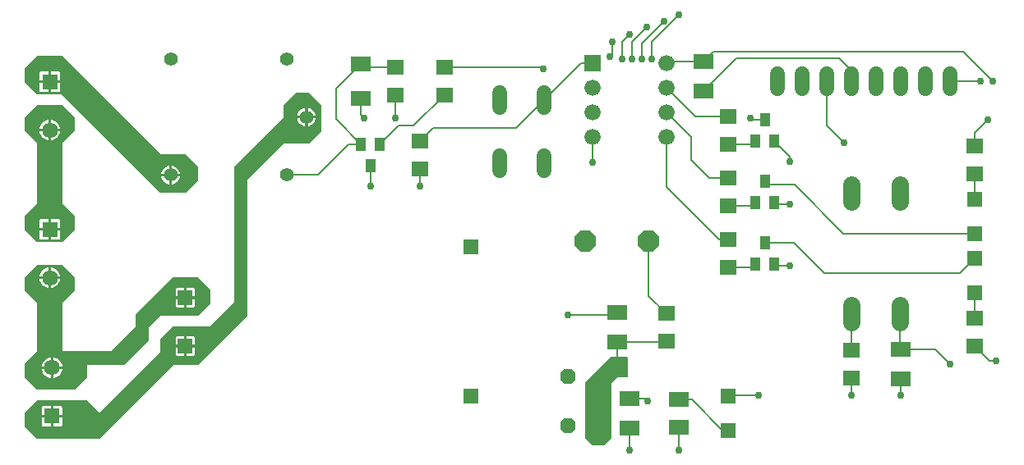
<source format=gbr>
G04 EAGLE Gerber RS-274X export*
G75*
%MOMM*%
%FSLAX34Y34*%
%LPD*%
%INTop Copper*%
%IPPOS*%
%AMOC8*
5,1,8,0,0,1.08239X$1,22.5*%
G01*
%ADD10R,2.000000X1.500000*%
%ADD11P,1.732040X8X112.500000*%
%ADD12R,2.100000X1.500000*%
%ADD13C,1.524000*%
%ADD14R,1.500000X1.500000*%
%ADD15R,1.803000X1.600000*%
%ADD16C,1.790700*%
%ADD17P,2.336880X8X22.500000*%
%ADD18R,1.000000X1.400000*%
%ADD19C,1.408000*%
%ADD20R,1.676400X1.676400*%
%ADD21C,1.676400*%
%ADD22R,1.508000X1.508000*%
%ADD23R,1.650000X1.650000*%
%ADD24C,1.650000*%
%ADD25R,2.000000X1.600000*%
%ADD26C,0.203200*%
%ADD27C,0.756400*%

G36*
X152490Y62754D02*
X152490Y62754D01*
X152581Y62761D01*
X152611Y62773D01*
X152643Y62779D01*
X152723Y62821D01*
X152807Y62857D01*
X152839Y62883D01*
X152860Y62894D01*
X152882Y62917D01*
X152938Y62962D01*
X228915Y138939D01*
X254000Y138939D01*
X254090Y138954D01*
X254181Y138961D01*
X254211Y138973D01*
X254243Y138979D01*
X254323Y139021D01*
X254407Y139057D01*
X254439Y139083D01*
X254460Y139094D01*
X254482Y139117D01*
X254538Y139162D01*
X305338Y189962D01*
X305391Y190036D01*
X305451Y190105D01*
X305463Y190135D01*
X305482Y190161D01*
X305509Y190248D01*
X305543Y190333D01*
X305547Y190374D01*
X305554Y190397D01*
X305553Y190429D01*
X305561Y190500D01*
X305561Y329885D01*
X343215Y367539D01*
X368300Y367539D01*
X368390Y367554D01*
X368481Y367561D01*
X368511Y367573D01*
X368543Y367579D01*
X368623Y367621D01*
X368707Y367657D01*
X368739Y367683D01*
X368760Y367694D01*
X368782Y367717D01*
X368838Y367762D01*
X381538Y380462D01*
X381591Y380536D01*
X381651Y380605D01*
X381663Y380635D01*
X381682Y380661D01*
X381709Y380748D01*
X381743Y380833D01*
X381747Y380874D01*
X381754Y380897D01*
X381753Y380929D01*
X381761Y381000D01*
X381761Y406400D01*
X381747Y406490D01*
X381739Y406581D01*
X381727Y406611D01*
X381722Y406643D01*
X381679Y406723D01*
X381643Y406807D01*
X381617Y406839D01*
X381606Y406860D01*
X381583Y406882D01*
X381538Y406938D01*
X368838Y419638D01*
X368764Y419691D01*
X368695Y419751D01*
X368665Y419763D01*
X368639Y419782D01*
X368552Y419809D01*
X368467Y419843D01*
X368426Y419847D01*
X368403Y419854D01*
X368371Y419853D01*
X368300Y419861D01*
X355600Y419861D01*
X355510Y419847D01*
X355419Y419839D01*
X355389Y419827D01*
X355357Y419822D01*
X355277Y419779D01*
X355193Y419743D01*
X355161Y419717D01*
X355140Y419706D01*
X355121Y419686D01*
X355119Y419685D01*
X355113Y419680D01*
X355062Y419638D01*
X342362Y406938D01*
X342309Y406864D01*
X342249Y406795D01*
X342237Y406765D01*
X342218Y406739D01*
X342191Y406652D01*
X342157Y406567D01*
X342153Y406526D01*
X342146Y406503D01*
X342147Y406471D01*
X342139Y406400D01*
X342139Y394015D01*
X291562Y343438D01*
X291509Y343364D01*
X291449Y343295D01*
X291437Y343265D01*
X291418Y343239D01*
X291391Y343152D01*
X291357Y343067D01*
X291353Y343026D01*
X291346Y343003D01*
X291347Y342971D01*
X291339Y342900D01*
X291339Y203515D01*
X266385Y178561D01*
X228600Y178561D01*
X228510Y178547D01*
X228419Y178539D01*
X228389Y178527D01*
X228357Y178522D01*
X228277Y178479D01*
X228193Y178443D01*
X228161Y178417D01*
X228140Y178406D01*
X228118Y178383D01*
X228062Y178338D01*
X215362Y165638D01*
X215309Y165564D01*
X215249Y165495D01*
X215237Y165465D01*
X215218Y165439D01*
X215191Y165352D01*
X215157Y165267D01*
X215153Y165226D01*
X215146Y165203D01*
X215147Y165171D01*
X215139Y165100D01*
X215139Y152715D01*
X152400Y89977D01*
X140238Y102138D01*
X140164Y102191D01*
X140095Y102251D01*
X140065Y102263D01*
X140039Y102282D01*
X139952Y102309D01*
X139867Y102343D01*
X139826Y102347D01*
X139803Y102354D01*
X139771Y102353D01*
X139700Y102361D01*
X88900Y102361D01*
X88810Y102347D01*
X88719Y102339D01*
X88689Y102327D01*
X88657Y102322D01*
X88577Y102279D01*
X88493Y102243D01*
X88461Y102217D01*
X88440Y102206D01*
X88418Y102183D01*
X88362Y102138D01*
X75662Y89438D01*
X75609Y89364D01*
X75549Y89295D01*
X75537Y89265D01*
X75518Y89239D01*
X75491Y89152D01*
X75457Y89067D01*
X75453Y89026D01*
X75446Y89003D01*
X75447Y88971D01*
X75439Y88900D01*
X75439Y76200D01*
X75454Y76110D01*
X75461Y76019D01*
X75473Y75989D01*
X75479Y75957D01*
X75521Y75877D01*
X75557Y75793D01*
X75583Y75761D01*
X75594Y75740D01*
X75617Y75718D01*
X75662Y75662D01*
X88362Y62962D01*
X88436Y62909D01*
X88505Y62849D01*
X88535Y62837D01*
X88561Y62818D01*
X88648Y62791D01*
X88733Y62757D01*
X88774Y62753D01*
X88797Y62746D01*
X88829Y62747D01*
X88900Y62739D01*
X152400Y62739D01*
X152490Y62754D01*
G37*
G36*
X127090Y113554D02*
X127090Y113554D01*
X127181Y113561D01*
X127211Y113573D01*
X127243Y113579D01*
X127323Y113621D01*
X127407Y113657D01*
X127439Y113683D01*
X127460Y113694D01*
X127482Y113717D01*
X127538Y113762D01*
X140238Y126462D01*
X140291Y126536D01*
X140351Y126605D01*
X140363Y126635D01*
X140382Y126661D01*
X140409Y126748D01*
X140443Y126833D01*
X140447Y126874D01*
X140454Y126897D01*
X140453Y126929D01*
X140461Y127000D01*
X140461Y138939D01*
X177800Y138939D01*
X177890Y138954D01*
X177981Y138961D01*
X178011Y138973D01*
X178043Y138979D01*
X178123Y139021D01*
X178207Y139057D01*
X178239Y139083D01*
X178260Y139094D01*
X178282Y139117D01*
X178338Y139162D01*
X203738Y164562D01*
X203791Y164636D01*
X203851Y164705D01*
X203863Y164735D01*
X203882Y164761D01*
X203909Y164848D01*
X203943Y164933D01*
X203947Y164974D01*
X203954Y164997D01*
X203953Y165029D01*
X203961Y165100D01*
X203961Y177485D01*
X216215Y189739D01*
X254000Y189739D01*
X254090Y189754D01*
X254181Y189761D01*
X254211Y189773D01*
X254243Y189779D01*
X254323Y189821D01*
X254407Y189857D01*
X254439Y189883D01*
X254460Y189894D01*
X254482Y189917D01*
X254538Y189962D01*
X267238Y202662D01*
X267291Y202736D01*
X267351Y202805D01*
X267363Y202835D01*
X267382Y202861D01*
X267409Y202948D01*
X267443Y203033D01*
X267447Y203074D01*
X267454Y203097D01*
X267453Y203129D01*
X267461Y203200D01*
X267461Y215900D01*
X267447Y215990D01*
X267439Y216081D01*
X267427Y216111D01*
X267422Y216143D01*
X267379Y216223D01*
X267343Y216307D01*
X267317Y216339D01*
X267306Y216360D01*
X267283Y216382D01*
X267238Y216438D01*
X254538Y229138D01*
X254464Y229191D01*
X254395Y229251D01*
X254365Y229263D01*
X254339Y229282D01*
X254252Y229309D01*
X254167Y229343D01*
X254126Y229347D01*
X254103Y229354D01*
X254071Y229353D01*
X254000Y229361D01*
X228600Y229361D01*
X228510Y229347D01*
X228419Y229339D01*
X228389Y229327D01*
X228357Y229322D01*
X228277Y229279D01*
X228193Y229243D01*
X228161Y229217D01*
X228140Y229206D01*
X228118Y229183D01*
X228062Y229138D01*
X189962Y191038D01*
X189909Y190964D01*
X189849Y190895D01*
X189837Y190865D01*
X189818Y190839D01*
X189791Y190752D01*
X189757Y190667D01*
X189753Y190626D01*
X189746Y190603D01*
X189747Y190571D01*
X189739Y190500D01*
X189739Y178115D01*
X164785Y153161D01*
X115061Y153161D01*
X115061Y202885D01*
X127538Y215362D01*
X127591Y215436D01*
X127651Y215505D01*
X127663Y215535D01*
X127682Y215561D01*
X127709Y215648D01*
X127743Y215733D01*
X127747Y215774D01*
X127754Y215797D01*
X127753Y215829D01*
X127761Y215900D01*
X127761Y228600D01*
X127747Y228690D01*
X127739Y228781D01*
X127727Y228811D01*
X127722Y228843D01*
X127679Y228923D01*
X127643Y229007D01*
X127617Y229039D01*
X127606Y229060D01*
X127583Y229082D01*
X127538Y229138D01*
X114838Y241838D01*
X114764Y241891D01*
X114695Y241951D01*
X114665Y241963D01*
X114639Y241982D01*
X114552Y242009D01*
X114467Y242043D01*
X114426Y242047D01*
X114403Y242054D01*
X114371Y242053D01*
X114300Y242061D01*
X88900Y242061D01*
X88810Y242047D01*
X88719Y242039D01*
X88689Y242027D01*
X88657Y242022D01*
X88577Y241979D01*
X88493Y241943D01*
X88461Y241917D01*
X88440Y241906D01*
X88418Y241883D01*
X88362Y241838D01*
X75662Y229138D01*
X75609Y229064D01*
X75549Y228995D01*
X75537Y228965D01*
X75518Y228939D01*
X75491Y228852D01*
X75457Y228767D01*
X75453Y228726D01*
X75446Y228703D01*
X75447Y228671D01*
X75439Y228600D01*
X75439Y215900D01*
X75454Y215810D01*
X75461Y215719D01*
X75473Y215689D01*
X75479Y215657D01*
X75521Y215577D01*
X75557Y215493D01*
X75583Y215461D01*
X75594Y215440D01*
X75617Y215418D01*
X75662Y215362D01*
X88139Y202885D01*
X88139Y152715D01*
X75662Y140238D01*
X75609Y140164D01*
X75549Y140095D01*
X75537Y140065D01*
X75518Y140039D01*
X75491Y139952D01*
X75457Y139867D01*
X75453Y139826D01*
X75446Y139803D01*
X75447Y139771D01*
X75439Y139700D01*
X75439Y127000D01*
X75454Y126910D01*
X75461Y126819D01*
X75473Y126789D01*
X75479Y126757D01*
X75521Y126677D01*
X75557Y126593D01*
X75583Y126561D01*
X75594Y126540D01*
X75617Y126518D01*
X75662Y126462D01*
X88362Y113762D01*
X88436Y113709D01*
X88505Y113649D01*
X88535Y113637D01*
X88561Y113618D01*
X88648Y113591D01*
X88733Y113557D01*
X88774Y113553D01*
X88797Y113546D01*
X88829Y113547D01*
X88900Y113539D01*
X127000Y113539D01*
X127090Y113554D01*
G37*
G36*
X241390Y316754D02*
X241390Y316754D01*
X241481Y316761D01*
X241511Y316773D01*
X241543Y316779D01*
X241623Y316821D01*
X241707Y316857D01*
X241739Y316883D01*
X241760Y316894D01*
X241782Y316917D01*
X241838Y316962D01*
X254538Y329662D01*
X254591Y329736D01*
X254651Y329805D01*
X254663Y329835D01*
X254682Y329861D01*
X254709Y329948D01*
X254743Y330033D01*
X254747Y330074D01*
X254754Y330097D01*
X254753Y330129D01*
X254761Y330200D01*
X254761Y342900D01*
X254747Y342990D01*
X254739Y343081D01*
X254727Y343111D01*
X254722Y343143D01*
X254679Y343223D01*
X254643Y343307D01*
X254617Y343339D01*
X254606Y343360D01*
X254583Y343382D01*
X254538Y343438D01*
X241838Y356138D01*
X241764Y356191D01*
X241695Y356251D01*
X241665Y356263D01*
X241639Y356282D01*
X241552Y356309D01*
X241467Y356343D01*
X241426Y356347D01*
X241403Y356354D01*
X241371Y356353D01*
X241300Y356361D01*
X216215Y356361D01*
X114838Y457738D01*
X114764Y457791D01*
X114695Y457851D01*
X114665Y457863D01*
X114639Y457882D01*
X114552Y457909D01*
X114467Y457943D01*
X114426Y457947D01*
X114403Y457954D01*
X114371Y457953D01*
X114300Y457961D01*
X88900Y457961D01*
X88810Y457947D01*
X88719Y457939D01*
X88689Y457927D01*
X88657Y457922D01*
X88577Y457879D01*
X88493Y457843D01*
X88461Y457817D01*
X88440Y457806D01*
X88418Y457783D01*
X88362Y457738D01*
X75662Y445038D01*
X75609Y444964D01*
X75549Y444895D01*
X75537Y444865D01*
X75518Y444839D01*
X75491Y444752D01*
X75457Y444667D01*
X75453Y444626D01*
X75446Y444603D01*
X75447Y444571D01*
X75439Y444500D01*
X75439Y431800D01*
X75454Y431710D01*
X75461Y431619D01*
X75473Y431589D01*
X75479Y431557D01*
X75521Y431477D01*
X75557Y431393D01*
X75583Y431361D01*
X75594Y431340D01*
X75617Y431318D01*
X75662Y431262D01*
X88362Y418562D01*
X88436Y418509D01*
X88505Y418449D01*
X88535Y418437D01*
X88561Y418418D01*
X88648Y418391D01*
X88733Y418357D01*
X88774Y418353D01*
X88797Y418346D01*
X88829Y418347D01*
X88900Y418339D01*
X113985Y418339D01*
X215362Y316962D01*
X215436Y316909D01*
X215505Y316849D01*
X215535Y316837D01*
X215561Y316818D01*
X215648Y316791D01*
X215733Y316757D01*
X215774Y316753D01*
X215797Y316746D01*
X215829Y316747D01*
X215900Y316739D01*
X241300Y316739D01*
X241390Y316754D01*
G37*
G36*
X114390Y265954D02*
X114390Y265954D01*
X114481Y265961D01*
X114511Y265973D01*
X114543Y265979D01*
X114623Y266021D01*
X114707Y266057D01*
X114739Y266083D01*
X114760Y266094D01*
X114782Y266117D01*
X114838Y266162D01*
X127538Y278862D01*
X127591Y278936D01*
X127651Y279005D01*
X127663Y279035D01*
X127682Y279061D01*
X127709Y279148D01*
X127743Y279233D01*
X127747Y279274D01*
X127754Y279297D01*
X127753Y279329D01*
X127761Y279400D01*
X127761Y292100D01*
X127747Y292190D01*
X127739Y292281D01*
X127727Y292311D01*
X127722Y292343D01*
X127679Y292423D01*
X127643Y292507D01*
X127617Y292539D01*
X127606Y292560D01*
X127583Y292582D01*
X127538Y292638D01*
X115061Y305115D01*
X115061Y367985D01*
X127538Y380462D01*
X127591Y380536D01*
X127651Y380605D01*
X127663Y380635D01*
X127682Y380661D01*
X127709Y380748D01*
X127743Y380833D01*
X127747Y380874D01*
X127754Y380897D01*
X127753Y380929D01*
X127761Y381000D01*
X127761Y393700D01*
X127747Y393790D01*
X127739Y393881D01*
X127727Y393911D01*
X127722Y393943D01*
X127679Y394023D01*
X127643Y394107D01*
X127617Y394139D01*
X127606Y394160D01*
X127583Y394182D01*
X127538Y394238D01*
X114838Y406938D01*
X114764Y406991D01*
X114695Y407051D01*
X114665Y407063D01*
X114639Y407082D01*
X114552Y407109D01*
X114467Y407143D01*
X114426Y407147D01*
X114403Y407154D01*
X114371Y407153D01*
X114300Y407161D01*
X88900Y407161D01*
X88810Y407147D01*
X88719Y407139D01*
X88689Y407127D01*
X88657Y407122D01*
X88577Y407079D01*
X88493Y407043D01*
X88461Y407017D01*
X88440Y407006D01*
X88418Y406983D01*
X88362Y406938D01*
X75662Y394238D01*
X75609Y394164D01*
X75549Y394095D01*
X75537Y394065D01*
X75518Y394039D01*
X75491Y393952D01*
X75457Y393867D01*
X75453Y393826D01*
X75446Y393803D01*
X75447Y393771D01*
X75439Y393700D01*
X75439Y381000D01*
X75454Y380910D01*
X75461Y380819D01*
X75473Y380789D01*
X75479Y380757D01*
X75521Y380677D01*
X75557Y380593D01*
X75583Y380561D01*
X75594Y380540D01*
X75617Y380518D01*
X75662Y380462D01*
X88139Y367985D01*
X88139Y305115D01*
X75662Y292638D01*
X75609Y292564D01*
X75549Y292495D01*
X75537Y292465D01*
X75518Y292439D01*
X75491Y292352D01*
X75457Y292267D01*
X75453Y292226D01*
X75446Y292203D01*
X75447Y292171D01*
X75439Y292100D01*
X75439Y279400D01*
X75454Y279310D01*
X75461Y279219D01*
X75473Y279189D01*
X75479Y279157D01*
X75521Y279077D01*
X75557Y278993D01*
X75583Y278961D01*
X75594Y278940D01*
X75617Y278918D01*
X75662Y278862D01*
X88362Y266162D01*
X88436Y266109D01*
X88505Y266049D01*
X88535Y266037D01*
X88561Y266018D01*
X88648Y265991D01*
X88733Y265957D01*
X88774Y265953D01*
X88797Y265946D01*
X88829Y265947D01*
X88900Y265939D01*
X114300Y265939D01*
X114390Y265954D01*
G37*
G36*
X673187Y56147D02*
X673187Y56147D01*
X673274Y56150D01*
X673327Y56167D01*
X673382Y56175D01*
X673461Y56210D01*
X673545Y56237D01*
X673584Y56265D01*
X673641Y56291D01*
X673754Y56387D01*
X673818Y56432D01*
X680168Y62782D01*
X680220Y62852D01*
X680280Y62916D01*
X680306Y62965D01*
X680339Y63009D01*
X680370Y63091D01*
X680410Y63169D01*
X680418Y63217D01*
X680440Y63275D01*
X680452Y63423D01*
X680465Y63500D01*
X680465Y120230D01*
X686221Y125985D01*
X695960Y125985D01*
X696018Y125993D01*
X696076Y125991D01*
X696158Y126013D01*
X696242Y126025D01*
X696295Y126049D01*
X696351Y126063D01*
X696424Y126106D01*
X696501Y126141D01*
X696546Y126179D01*
X696596Y126209D01*
X696654Y126270D01*
X696718Y126325D01*
X696750Y126373D01*
X696790Y126416D01*
X696829Y126491D01*
X696876Y126561D01*
X696893Y126617D01*
X696920Y126669D01*
X696931Y126737D01*
X696961Y126832D01*
X696964Y126932D01*
X696975Y127000D01*
X696975Y146050D01*
X696967Y146108D01*
X696969Y146166D01*
X696947Y146248D01*
X696935Y146332D01*
X696912Y146385D01*
X696897Y146441D01*
X696854Y146514D01*
X696819Y146591D01*
X696781Y146636D01*
X696752Y146686D01*
X696690Y146744D01*
X696636Y146808D01*
X696587Y146840D01*
X696544Y146880D01*
X696469Y146919D01*
X696399Y146966D01*
X696343Y146983D01*
X696291Y147010D01*
X696223Y147021D01*
X696128Y147051D01*
X696028Y147054D01*
X695960Y147065D01*
X679450Y147065D01*
X679363Y147053D01*
X679276Y147050D01*
X679223Y147033D01*
X679169Y147025D01*
X679089Y146990D01*
X679005Y146963D01*
X678966Y146935D01*
X678909Y146909D01*
X678796Y146813D01*
X678732Y146768D01*
X653332Y121368D01*
X653280Y121298D01*
X653220Y121234D01*
X653194Y121185D01*
X653161Y121141D01*
X653130Y121059D01*
X653090Y120981D01*
X653082Y120934D01*
X653060Y120875D01*
X653048Y120727D01*
X653035Y120650D01*
X653035Y63500D01*
X653047Y63413D01*
X653050Y63326D01*
X653067Y63273D01*
X653075Y63219D01*
X653110Y63139D01*
X653137Y63055D01*
X653165Y63016D01*
X653191Y62959D01*
X653287Y62846D01*
X653332Y62782D01*
X659682Y56432D01*
X659752Y56380D01*
X659816Y56320D01*
X659865Y56294D01*
X659909Y56261D01*
X659991Y56230D01*
X660069Y56190D01*
X660117Y56182D01*
X660175Y56160D01*
X660323Y56148D01*
X660400Y56135D01*
X673100Y56135D01*
X673187Y56147D01*
G37*
%LPC*%
G36*
X103123Y432923D02*
X103123Y432923D01*
X103123Y442191D01*
X110184Y442191D01*
X110831Y442018D01*
X111410Y441683D01*
X111883Y441210D01*
X112218Y440631D01*
X112391Y439984D01*
X112391Y432923D01*
X103123Y432923D01*
G37*
%LPD*%
%LPC*%
G36*
X103123Y280523D02*
X103123Y280523D01*
X103123Y289791D01*
X110184Y289791D01*
X110831Y289618D01*
X111410Y289283D01*
X111883Y288810D01*
X112218Y288231D01*
X112391Y287584D01*
X112391Y280523D01*
X103123Y280523D01*
G37*
%LPD*%
%LPC*%
G36*
X105470Y87555D02*
X105470Y87555D01*
X105470Y96823D01*
X112531Y96823D01*
X113178Y96650D01*
X113757Y96315D01*
X114230Y95842D01*
X114565Y95263D01*
X114738Y94617D01*
X114738Y87555D01*
X105470Y87555D01*
G37*
%LPD*%
%LPC*%
G36*
X90809Y432923D02*
X90809Y432923D01*
X90809Y439984D01*
X90982Y440631D01*
X91317Y441210D01*
X91790Y441683D01*
X92369Y442018D01*
X93016Y442191D01*
X100077Y442191D01*
X100077Y432923D01*
X90809Y432923D01*
G37*
%LPD*%
%LPC*%
G36*
X103123Y420609D02*
X103123Y420609D01*
X103123Y429877D01*
X112391Y429877D01*
X112391Y422816D01*
X112218Y422169D01*
X111883Y421590D01*
X111410Y421117D01*
X110831Y420782D01*
X110184Y420609D01*
X103123Y420609D01*
G37*
%LPD*%
%LPC*%
G36*
X90809Y280523D02*
X90809Y280523D01*
X90809Y287584D01*
X90982Y288231D01*
X91317Y288810D01*
X91790Y289283D01*
X92369Y289618D01*
X93016Y289791D01*
X100077Y289791D01*
X100077Y280523D01*
X90809Y280523D01*
G37*
%LPD*%
%LPC*%
G36*
X103123Y268209D02*
X103123Y268209D01*
X103123Y277477D01*
X112391Y277477D01*
X112391Y270416D01*
X112218Y269769D01*
X111883Y269190D01*
X111410Y268717D01*
X110831Y268382D01*
X110184Y268209D01*
X103123Y268209D01*
G37*
%LPD*%
%LPC*%
G36*
X93156Y87555D02*
X93156Y87555D01*
X93156Y94617D01*
X93329Y95263D01*
X93664Y95842D01*
X94137Y96315D01*
X94716Y96650D01*
X95362Y96823D01*
X102424Y96823D01*
X102424Y87555D01*
X93156Y87555D01*
G37*
%LPD*%
%LPC*%
G36*
X105470Y75241D02*
X105470Y75241D01*
X105470Y84509D01*
X114738Y84509D01*
X114738Y77448D01*
X114565Y76801D01*
X114230Y76222D01*
X113757Y75749D01*
X113178Y75415D01*
X112531Y75241D01*
X105470Y75241D01*
G37*
%LPD*%
%LPC*%
G36*
X93016Y420609D02*
X93016Y420609D01*
X92369Y420782D01*
X91790Y421117D01*
X91317Y421590D01*
X90982Y422169D01*
X90809Y422816D01*
X90809Y429877D01*
X100077Y429877D01*
X100077Y420609D01*
X93016Y420609D01*
G37*
%LPD*%
%LPC*%
G36*
X95362Y75241D02*
X95362Y75241D01*
X94716Y75415D01*
X94137Y75749D01*
X93664Y76222D01*
X93329Y76801D01*
X93156Y77448D01*
X93156Y84509D01*
X102424Y84509D01*
X102424Y75241D01*
X95362Y75241D01*
G37*
%LPD*%
%LPC*%
G36*
X93016Y268209D02*
X93016Y268209D01*
X92369Y268382D01*
X91790Y268717D01*
X91317Y269190D01*
X90982Y269769D01*
X90809Y270416D01*
X90809Y277477D01*
X100077Y277477D01*
X100077Y268209D01*
X93016Y268209D01*
G37*
%LPD*%
%LPC*%
G36*
X242724Y160022D02*
X242724Y160022D01*
X242724Y168579D01*
X249075Y168579D01*
X249722Y168406D01*
X250301Y168072D01*
X250774Y167599D01*
X251109Y167019D01*
X251282Y166373D01*
X251282Y160022D01*
X242724Y160022D01*
G37*
%LPD*%
%LPC*%
G36*
X242724Y210024D02*
X242724Y210024D01*
X242724Y218582D01*
X249075Y218582D01*
X249722Y218409D01*
X250301Y218074D01*
X250774Y217601D01*
X251109Y217022D01*
X251282Y216375D01*
X251282Y210024D01*
X242724Y210024D01*
G37*
%LPD*%
%LPC*%
G36*
X231120Y160022D02*
X231120Y160022D01*
X231120Y166373D01*
X231293Y167019D01*
X231628Y167599D01*
X232101Y168072D01*
X232680Y168406D01*
X233326Y168579D01*
X239678Y168579D01*
X239678Y160022D01*
X231120Y160022D01*
G37*
%LPD*%
%LPC*%
G36*
X231120Y210024D02*
X231120Y210024D01*
X231120Y216375D01*
X231293Y217022D01*
X231628Y217601D01*
X232101Y218074D01*
X232680Y218409D01*
X233326Y218582D01*
X239678Y218582D01*
X239678Y210024D01*
X231120Y210024D01*
G37*
%LPD*%
%LPC*%
G36*
X242724Y148418D02*
X242724Y148418D01*
X242724Y156975D01*
X251282Y156975D01*
X251282Y150624D01*
X251109Y149978D01*
X250774Y149398D01*
X250301Y148925D01*
X249722Y148591D01*
X249075Y148418D01*
X242724Y148418D01*
G37*
%LPD*%
%LPC*%
G36*
X242724Y198420D02*
X242724Y198420D01*
X242724Y206978D01*
X251282Y206978D01*
X251282Y200626D01*
X251109Y199980D01*
X250774Y199401D01*
X250301Y198928D01*
X249722Y198593D01*
X249075Y198420D01*
X242724Y198420D01*
G37*
%LPD*%
%LPC*%
G36*
X233326Y148418D02*
X233326Y148418D01*
X232680Y148591D01*
X232101Y148925D01*
X231628Y149398D01*
X231293Y149978D01*
X231120Y150624D01*
X231120Y156975D01*
X239678Y156975D01*
X239678Y148418D01*
X233326Y148418D01*
G37*
%LPD*%
%LPC*%
G36*
X233326Y198420D02*
X233326Y198420D01*
X232680Y198593D01*
X232101Y198928D01*
X231628Y199401D01*
X231293Y199980D01*
X231120Y200626D01*
X231120Y206978D01*
X239678Y206978D01*
X239678Y198420D01*
X233326Y198420D01*
G37*
%LPD*%
%LPC*%
G36*
X103123Y230523D02*
X103123Y230523D01*
X103123Y239684D01*
X104127Y239525D01*
X105742Y239000D01*
X107255Y238229D01*
X108630Y237231D01*
X109831Y236030D01*
X110829Y234655D01*
X111600Y233142D01*
X112125Y231527D01*
X112284Y230523D01*
X103123Y230523D01*
G37*
%LPD*%
%LPC*%
G36*
X105470Y137555D02*
X105470Y137555D01*
X105470Y146716D01*
X106474Y146557D01*
X108089Y146032D01*
X109602Y145261D01*
X110977Y144263D01*
X112178Y143062D01*
X113176Y141688D01*
X113947Y140174D01*
X114472Y138559D01*
X114631Y137555D01*
X105470Y137555D01*
G37*
%LPD*%
%LPC*%
G36*
X103123Y382923D02*
X103123Y382923D01*
X103123Y392084D01*
X104127Y391925D01*
X105742Y391400D01*
X107255Y390629D01*
X108630Y389631D01*
X109831Y388430D01*
X110829Y387055D01*
X111600Y385542D01*
X112125Y383927D01*
X112284Y382923D01*
X103123Y382923D01*
G37*
%LPD*%
%LPC*%
G36*
X90916Y230523D02*
X90916Y230523D01*
X91075Y231527D01*
X91600Y233142D01*
X92371Y234655D01*
X93369Y236030D01*
X94570Y237231D01*
X95945Y238229D01*
X97458Y239000D01*
X99073Y239525D01*
X100077Y239684D01*
X100077Y230523D01*
X90916Y230523D01*
G37*
%LPD*%
%LPC*%
G36*
X103123Y227477D02*
X103123Y227477D01*
X112284Y227477D01*
X112125Y226473D01*
X111600Y224858D01*
X110829Y223345D01*
X109831Y221970D01*
X108630Y220769D01*
X107255Y219771D01*
X105742Y219000D01*
X104127Y218475D01*
X103123Y218316D01*
X103123Y227477D01*
G37*
%LPD*%
%LPC*%
G36*
X103123Y379877D02*
X103123Y379877D01*
X112284Y379877D01*
X112125Y378873D01*
X111600Y377258D01*
X110829Y375745D01*
X109831Y374370D01*
X108630Y373169D01*
X107255Y372171D01*
X105742Y371400D01*
X104127Y370875D01*
X103123Y370716D01*
X103123Y379877D01*
G37*
%LPD*%
%LPC*%
G36*
X90916Y382923D02*
X90916Y382923D01*
X91075Y383927D01*
X91600Y385542D01*
X92371Y387055D01*
X93369Y388430D01*
X94570Y389631D01*
X95945Y390629D01*
X97458Y391400D01*
X99073Y391925D01*
X100077Y392084D01*
X100077Y382923D01*
X90916Y382923D01*
G37*
%LPD*%
%LPC*%
G36*
X93263Y137555D02*
X93263Y137555D01*
X93422Y138559D01*
X93947Y140174D01*
X94718Y141688D01*
X95716Y143062D01*
X96917Y144263D01*
X98291Y145261D01*
X99805Y146032D01*
X101420Y146557D01*
X102424Y146716D01*
X102424Y137555D01*
X93263Y137555D01*
G37*
%LPD*%
%LPC*%
G36*
X105470Y134509D02*
X105470Y134509D01*
X114631Y134509D01*
X114472Y133505D01*
X113947Y131890D01*
X113176Y130377D01*
X112178Y129002D01*
X110977Y127802D01*
X109602Y126803D01*
X108089Y126032D01*
X106474Y125507D01*
X105470Y125348D01*
X105470Y134509D01*
G37*
%LPD*%
%LPC*%
G36*
X99073Y370875D02*
X99073Y370875D01*
X97458Y371400D01*
X95945Y372171D01*
X94570Y373169D01*
X93369Y374370D01*
X92371Y375745D01*
X91600Y377258D01*
X91075Y378873D01*
X90916Y379877D01*
X100077Y379877D01*
X100077Y370716D01*
X99073Y370875D01*
G37*
%LPD*%
%LPC*%
G36*
X99073Y218475D02*
X99073Y218475D01*
X97458Y219000D01*
X95945Y219771D01*
X94570Y220769D01*
X93369Y221970D01*
X92371Y223345D01*
X91600Y224858D01*
X91075Y226473D01*
X90916Y227477D01*
X100077Y227477D01*
X100077Y218316D01*
X99073Y218475D01*
G37*
%LPD*%
%LPC*%
G36*
X101420Y125507D02*
X101420Y125507D01*
X99805Y126032D01*
X98291Y126803D01*
X96917Y127802D01*
X95716Y129002D01*
X94718Y130377D01*
X93947Y131890D01*
X93422Y133505D01*
X93263Y134509D01*
X102424Y134509D01*
X102424Y125348D01*
X101420Y125507D01*
G37*
%LPD*%
%LPC*%
G36*
X367523Y396423D02*
X367523Y396423D01*
X367523Y404359D01*
X368243Y404245D01*
X369678Y403779D01*
X371021Y403094D01*
X372242Y402208D01*
X373308Y401142D01*
X374194Y399921D01*
X374879Y398578D01*
X375345Y397143D01*
X375459Y396423D01*
X367523Y396423D01*
G37*
%LPD*%
%LPC*%
G36*
X227523Y336423D02*
X227523Y336423D01*
X227523Y344359D01*
X228243Y344245D01*
X229678Y343779D01*
X231021Y343094D01*
X232242Y342208D01*
X233308Y341142D01*
X234194Y339921D01*
X234879Y338578D01*
X235345Y337143D01*
X235459Y336423D01*
X227523Y336423D01*
G37*
%LPD*%
%LPC*%
G36*
X356541Y396423D02*
X356541Y396423D01*
X356655Y397143D01*
X357121Y398578D01*
X357806Y399921D01*
X358692Y401142D01*
X359758Y402208D01*
X360979Y403094D01*
X362322Y403779D01*
X363757Y404245D01*
X364477Y404359D01*
X364477Y396423D01*
X356541Y396423D01*
G37*
%LPD*%
%LPC*%
G36*
X227523Y333377D02*
X227523Y333377D01*
X235459Y333377D01*
X235345Y332657D01*
X234879Y331222D01*
X234194Y329879D01*
X233308Y328658D01*
X232242Y327592D01*
X231021Y326706D01*
X229678Y326021D01*
X228243Y325555D01*
X227523Y325441D01*
X227523Y333377D01*
G37*
%LPD*%
%LPC*%
G36*
X216541Y336423D02*
X216541Y336423D01*
X216655Y337143D01*
X217121Y338578D01*
X217806Y339921D01*
X218692Y341142D01*
X219758Y342208D01*
X220979Y343094D01*
X222322Y343779D01*
X223757Y344245D01*
X224477Y344359D01*
X224477Y336423D01*
X216541Y336423D01*
G37*
%LPD*%
%LPC*%
G36*
X367523Y393377D02*
X367523Y393377D01*
X375459Y393377D01*
X375345Y392657D01*
X374879Y391222D01*
X374194Y389879D01*
X373308Y388658D01*
X372242Y387592D01*
X371021Y386706D01*
X369678Y386021D01*
X368243Y385555D01*
X367523Y385441D01*
X367523Y393377D01*
G37*
%LPD*%
%LPC*%
G36*
X223757Y325555D02*
X223757Y325555D01*
X222322Y326021D01*
X220979Y326706D01*
X219758Y327592D01*
X218692Y328658D01*
X217806Y329879D01*
X217121Y331222D01*
X216655Y332657D01*
X216541Y333377D01*
X224477Y333377D01*
X224477Y325441D01*
X223757Y325555D01*
G37*
%LPD*%
%LPC*%
G36*
X363757Y385555D02*
X363757Y385555D01*
X362322Y386021D01*
X360979Y386706D01*
X359758Y387592D01*
X358692Y388658D01*
X357806Y389879D01*
X357121Y391222D01*
X356655Y392657D01*
X356541Y393377D01*
X364477Y393377D01*
X364477Y385441D01*
X363757Y385555D01*
G37*
%LPD*%
%LPC*%
G36*
X101599Y431399D02*
X101599Y431399D01*
X101599Y431401D01*
X101601Y431401D01*
X101601Y431399D01*
X101599Y431399D01*
G37*
%LPD*%
%LPC*%
G36*
X365999Y394899D02*
X365999Y394899D01*
X365999Y394901D01*
X366001Y394901D01*
X366001Y394899D01*
X365999Y394899D01*
G37*
%LPD*%
%LPC*%
G36*
X101599Y228999D02*
X101599Y228999D01*
X101599Y229001D01*
X101601Y229001D01*
X101601Y228999D01*
X101599Y228999D01*
G37*
%LPD*%
%LPC*%
G36*
X225999Y334899D02*
X225999Y334899D01*
X225999Y334901D01*
X226001Y334901D01*
X226001Y334899D01*
X225999Y334899D01*
G37*
%LPD*%
%LPC*%
G36*
X241200Y208500D02*
X241200Y208500D01*
X241200Y208502D01*
X241202Y208502D01*
X241202Y208500D01*
X241200Y208500D01*
G37*
%LPD*%
%LPC*%
G36*
X101599Y278999D02*
X101599Y278999D01*
X101599Y279001D01*
X101601Y279001D01*
X101601Y278999D01*
X101599Y278999D01*
G37*
%LPD*%
%LPC*%
G36*
X241200Y158498D02*
X241200Y158498D01*
X241200Y158499D01*
X241202Y158499D01*
X241202Y158498D01*
X241200Y158498D01*
G37*
%LPD*%
%LPC*%
G36*
X101599Y381399D02*
X101599Y381399D01*
X101599Y381401D01*
X101601Y381401D01*
X101601Y381399D01*
X101599Y381399D01*
G37*
%LPD*%
%LPC*%
G36*
X103946Y136031D02*
X103946Y136031D01*
X103946Y136033D01*
X103948Y136033D01*
X103948Y136031D01*
X103946Y136031D01*
G37*
%LPD*%
%LPC*%
G36*
X103946Y86031D02*
X103946Y86031D01*
X103946Y86033D01*
X103948Y86033D01*
X103948Y86031D01*
X103946Y86031D01*
G37*
%LPD*%
D10*
X698500Y73900D03*
X698500Y103900D03*
X685800Y162800D03*
X685800Y192800D03*
X977900Y154700D03*
X977900Y124700D03*
X774700Y451880D03*
X774700Y421880D03*
D11*
X635000Y76200D03*
X635000Y127000D03*
D12*
X421640Y413800D03*
X421640Y449800D03*
D13*
X850900Y439420D02*
X850900Y424180D01*
X876300Y424180D02*
X876300Y439420D01*
X901700Y439420D02*
X901700Y424180D01*
X927100Y424180D02*
X927100Y439420D01*
X952500Y439420D02*
X952500Y424180D01*
X977900Y424180D02*
X977900Y439420D01*
X1003300Y439420D02*
X1003300Y424180D01*
X1028700Y424180D02*
X1028700Y439420D01*
D14*
X1054100Y248640D03*
X1054100Y213640D03*
X1054100Y274600D03*
X1054100Y309600D03*
X800100Y71400D03*
X800100Y106400D03*
D15*
X1054100Y158500D03*
X1054100Y186940D03*
X457200Y417580D03*
X457200Y446020D03*
X482600Y341380D03*
X482600Y369820D03*
X1054100Y364740D03*
X1054100Y336300D03*
X800100Y268220D03*
X800100Y239780D03*
X800100Y331720D03*
X800100Y303280D03*
X736600Y163580D03*
X736600Y192020D03*
X800100Y395220D03*
X800100Y366780D03*
X927100Y153920D03*
X927100Y125480D03*
X508000Y446020D03*
X508000Y417580D03*
D16*
X977392Y200470D02*
X977392Y182563D01*
X977392Y307531D02*
X977392Y325438D01*
X927608Y200470D02*
X927608Y182563D01*
X927608Y307531D02*
X927608Y325438D01*
D13*
X565404Y339598D02*
X565404Y354838D01*
X610616Y354838D02*
X610616Y339598D01*
X565404Y404622D02*
X565404Y419862D01*
X610616Y419862D02*
X610616Y404622D01*
D17*
X653288Y266700D03*
X718312Y266700D03*
D18*
X838200Y265000D03*
X847700Y243000D03*
X828700Y243000D03*
X838200Y328500D03*
X847700Y306500D03*
X828700Y306500D03*
X838200Y392000D03*
X847700Y370000D03*
X828700Y370000D03*
X431800Y344600D03*
X422300Y366600D03*
X441300Y366600D03*
D19*
X226000Y454900D03*
X346000Y334900D03*
X366000Y394900D03*
X226000Y334900D03*
X346000Y454900D03*
D20*
X660400Y450850D03*
D21*
X660400Y425450D03*
X660400Y400050D03*
X660400Y374650D03*
X736600Y374650D03*
X736600Y400050D03*
X736600Y425450D03*
X736600Y450850D03*
D22*
X241201Y158499D03*
X241201Y208501D03*
X535198Y260497D03*
X535198Y106502D03*
D23*
X103947Y86032D03*
D24*
X103947Y136032D03*
D23*
X101600Y431400D03*
D24*
X101600Y381400D03*
D23*
X101600Y279000D03*
D24*
X101600Y229000D03*
D25*
X749300Y74900D03*
X749300Y102900D03*
D26*
X927100Y107950D02*
X927100Y125480D01*
D27*
X927100Y107950D03*
X977900Y107950D03*
D26*
X977900Y124700D01*
X801650Y107950D02*
X800100Y106400D01*
X801650Y107950D02*
X831850Y107950D01*
D27*
X831850Y107950D03*
D26*
X715250Y103900D02*
X698500Y103900D01*
X715250Y103900D02*
X717550Y101600D01*
D27*
X717550Y101600D03*
D26*
X683500Y190500D02*
X685800Y192800D01*
X683500Y190500D02*
X635000Y190500D01*
D27*
X635000Y190500D03*
D26*
X847700Y370000D02*
X863600Y354100D01*
X863600Y349250D01*
D27*
X863600Y349250D03*
X863600Y304800D03*
D26*
X849400Y304800D01*
X847700Y306500D01*
X847700Y243000D02*
X849400Y241300D01*
X863600Y241300D01*
D27*
X863600Y241300D03*
D26*
X774700Y421880D02*
X808764Y455944D01*
X914400Y455944D01*
X927100Y443244D01*
X927100Y431800D01*
D27*
X457200Y393700D03*
D26*
X457200Y417580D01*
D27*
X425450Y393700D03*
D26*
X421640Y397510D01*
X421640Y413800D01*
X660400Y374650D02*
X660400Y347980D01*
D27*
X660400Y347980D03*
D26*
X1028700Y431800D02*
X1060450Y431800D01*
D27*
X1060450Y431800D03*
D26*
X1013700Y154700D02*
X977900Y154700D01*
X1013700Y154700D02*
X1028700Y139700D01*
D27*
X1028700Y139700D03*
D26*
X698500Y73900D02*
X698500Y50800D01*
D27*
X698500Y50800D03*
X749300Y50800D03*
D26*
X749300Y74900D01*
X685800Y133350D02*
X666750Y114300D01*
X666750Y63500D01*
D27*
X666750Y63500D03*
X660400Y76200D03*
X673100Y76200D03*
D26*
X784860Y462040D02*
X1042910Y462040D01*
X784860Y462040D02*
X774700Y451880D01*
X1042910Y462040D02*
X1073150Y431800D01*
D27*
X1073150Y431800D03*
D26*
X431800Y344600D02*
X431800Y323850D01*
D27*
X431800Y323850D03*
X482600Y323850D03*
D26*
X482600Y341380D01*
X737630Y451880D02*
X774700Y451880D01*
X737630Y451880D02*
X736600Y450850D01*
X977392Y155208D02*
X977900Y154700D01*
X977392Y155208D02*
X977392Y191516D01*
X685800Y162800D02*
X685800Y133350D01*
X685800Y162800D02*
X735820Y162800D01*
X736600Y163580D01*
X1054100Y158500D02*
X1069725Y142875D01*
X1076325Y142875D01*
D27*
X1076325Y142875D03*
D26*
X1054100Y364740D02*
X1054100Y378460D01*
X1068070Y392430D01*
D27*
X1068070Y392430D03*
D26*
X1054100Y213640D02*
X1054100Y186940D01*
X867985Y265000D02*
X838200Y265000D01*
X867985Y265000D02*
X899178Y233807D01*
X1039267Y233807D02*
X1054100Y248640D01*
X1039267Y233807D02*
X899178Y233807D01*
X1054100Y309600D02*
X1054100Y336300D01*
X841580Y325120D02*
X838200Y328500D01*
X841580Y325120D02*
X868680Y325120D01*
X919200Y274600D02*
X1054100Y274600D01*
X919200Y274600D02*
X868680Y325120D01*
X825480Y239780D02*
X800100Y239780D01*
X825480Y239780D02*
X828700Y243000D01*
X825480Y303280D02*
X800100Y303280D01*
X825480Y303280D02*
X828700Y306500D01*
X736600Y322580D02*
X736600Y374650D01*
X790960Y268220D02*
X800100Y268220D01*
X790960Y268220D02*
X736600Y322580D01*
D27*
X701040Y454660D03*
D26*
X701040Y472440D01*
X716280Y487680D01*
D27*
X716280Y487680D03*
D26*
X736600Y400050D02*
X762000Y374650D01*
X762000Y350520D01*
X780800Y331720D01*
X800100Y331720D01*
D27*
X711200Y454660D03*
D26*
X711200Y471142D01*
X734060Y494002D01*
D27*
X734060Y494002D03*
D26*
X718312Y210308D02*
X736600Y192020D01*
X718312Y210308D02*
X718312Y266700D01*
X824660Y392000D02*
X838200Y392000D01*
X824660Y392000D02*
X822960Y393700D01*
D27*
X822960Y393700D03*
D26*
X825480Y366780D02*
X800100Y366780D01*
X825480Y366780D02*
X828700Y370000D01*
X766830Y395220D02*
X736600Y425450D01*
X766830Y395220D02*
X800100Y395220D01*
D27*
X721360Y454660D03*
X749300Y500324D03*
D26*
X740382Y491406D02*
X740382Y491383D01*
X740382Y491406D02*
X749300Y500324D01*
X721360Y472361D02*
X721360Y454660D01*
X721360Y472361D02*
X740382Y491383D01*
X927100Y191008D02*
X927100Y153920D01*
X927100Y191008D02*
X927608Y191516D01*
D27*
X919480Y368300D03*
D26*
X901700Y386080D01*
X901700Y431800D01*
D27*
X690880Y454660D03*
D26*
X690880Y472440D01*
X698500Y480060D01*
D27*
X698500Y480060D03*
D26*
X460780Y386080D02*
X441300Y366600D01*
X476500Y386080D02*
X508000Y417580D01*
X476500Y386080D02*
X460780Y386080D01*
X422300Y366600D02*
X409600Y366600D01*
X377900Y334900D01*
X346000Y334900D01*
X425420Y446020D02*
X457200Y446020D01*
X425420Y446020D02*
X421640Y449800D01*
X421640Y449580D01*
X396240Y424180D01*
X396240Y392660D01*
X422300Y366600D01*
X508000Y446020D02*
X608080Y446020D01*
X609600Y444500D01*
D27*
X609600Y444500D03*
X678180Y457200D03*
D26*
X680720Y459740D01*
X680720Y472440D01*
D27*
X680720Y472440D03*
D26*
X496320Y383540D02*
X482600Y369820D01*
X581914Y383540D02*
X610616Y412242D01*
X581914Y383540D02*
X496320Y383540D01*
X610616Y412242D02*
X649224Y450850D01*
X660400Y450850D01*
X749300Y102900D02*
X763240Y102900D01*
X794740Y71400D02*
X800100Y71400D01*
X794740Y71400D02*
X763240Y102900D01*
M02*

</source>
